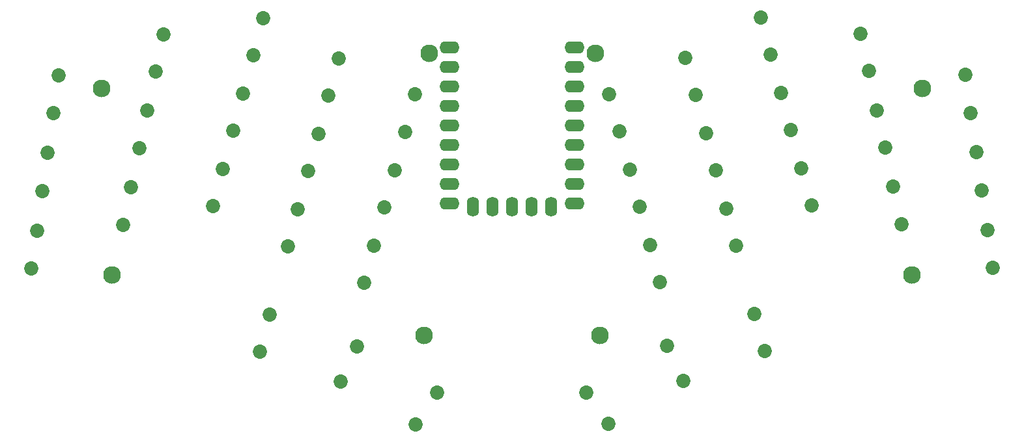
<source format=gbr>
%TF.GenerationSoftware,KiCad,Pcbnew,7.0.6*%
%TF.CreationDate,2025-05-26T00:34:49-04:00*%
%TF.ProjectId,bw2,6277322e-6b69-4636-9164-5f7063625858,2*%
%TF.SameCoordinates,Original*%
%TF.FileFunction,Soldermask,Top*%
%TF.FilePolarity,Negative*%
%FSLAX46Y46*%
G04 Gerber Fmt 4.6, Leading zero omitted, Abs format (unit mm)*
G04 Created by KiCad (PCBNEW 7.0.6) date 2025-05-26 00:34:49*
%MOMM*%
%LPD*%
G01*
G04 APERTURE LIST*
%ADD10O,2.600000X1.600000*%
%ADD11O,1.600000X2.600000*%
%ADD12C,2.300000*%
%ADD13C,1.852600*%
G04 APERTURE END LIST*
D10*
%TO.C,U1*%
X105103476Y96793351D03*
X105103476Y94253351D03*
X105103476Y91713351D03*
X105103476Y89173351D03*
X105103476Y86633351D03*
X105103476Y84093351D03*
X105103476Y81553351D03*
X105103476Y79013351D03*
X105103476Y76473351D03*
D11*
X102063476Y75973351D03*
X99523476Y75973351D03*
X96983476Y75973351D03*
X94443476Y75973351D03*
X91903476Y75973351D03*
D10*
X88863476Y76473351D03*
X88863476Y79013351D03*
X88863476Y81553351D03*
X88863476Y84093351D03*
X88863476Y86633351D03*
X88863476Y89173351D03*
X88863476Y91713351D03*
X88863476Y96793351D03*
X88863476Y94253351D03*
%TD*%
D12*
%TO.C,H1*%
X43626240Y91437603D03*
%TD*%
%TO.C,H2*%
X150340712Y91437603D03*
%TD*%
%TO.C,H3*%
X45000452Y67120501D03*
%TD*%
%TO.C,H4*%
X148966497Y67120509D03*
%TD*%
%TO.C,H5*%
X86180303Y95965233D03*
%TD*%
%TO.C,H6*%
X107786651Y95965238D03*
%TD*%
%TO.C,H7*%
X85564009Y59214893D03*
%TD*%
%TO.C,H8*%
X108402965Y59214885D03*
%TD*%
D13*
%TO.C,SW36*%
X106649258Y51823711D03*
X109517140Y47727951D03*
%TD*%
%TO.C,SW35*%
X117120063Y57869042D03*
X119233154Y53337503D03*
%TD*%
%TO.C,SW34*%
X128481562Y62004281D03*
X129775657Y57174651D03*
%TD*%
%TO.C,SW33*%
X84403927Y47662427D03*
X87271809Y51758187D03*
%TD*%
%TO.C,SW32*%
X74699988Y53265006D03*
X76813079Y57796545D03*
%TD*%
%TO.C,SW31*%
X64170602Y57097373D03*
X65464697Y61927003D03*
%TD*%
%TO.C,SW30*%
X109612064Y90698225D03*
X110906159Y85868595D03*
%TD*%
%TO.C,SW29*%
X112252011Y80845771D03*
X113546106Y76016141D03*
%TD*%
%TO.C,SW28*%
X114891957Y70993337D03*
X116186052Y66163707D03*
%TD*%
%TO.C,SW27*%
X119526419Y95425320D03*
X120820514Y90595690D03*
%TD*%
%TO.C,SW26*%
X122166362Y85572874D03*
X123460457Y80743244D03*
%TD*%
%TO.C,SW25*%
X124806330Y75720422D03*
X126100425Y70890792D03*
%TD*%
%TO.C,SW24*%
X129298421Y100683665D03*
X130592516Y95854035D03*
%TD*%
%TO.C,SW23*%
X131938388Y90831226D03*
X133232483Y86001596D03*
%TD*%
%TO.C,SW22*%
X134578333Y80978800D03*
X135872428Y76149170D03*
%TD*%
%TO.C,SW21*%
X142284204Y98558150D03*
X143323763Y93667412D03*
%TD*%
%TO.C,SW20*%
X144404914Y88581055D03*
X145444473Y83690317D03*
%TD*%
%TO.C,SW19*%
X146525611Y78603947D03*
X147565170Y73713209D03*
%TD*%
%TO.C,SW18*%
X155905766Y93196726D03*
X156601632Y88245386D03*
%TD*%
%TO.C,SW17*%
X157325323Y83096001D03*
X158021189Y78144661D03*
%TD*%
%TO.C,SW16*%
X158744897Y72995254D03*
X159440763Y68043914D03*
%TD*%
%TO.C,SW15*%
X84334195Y90620943D03*
X83040100Y85791313D03*
%TD*%
%TO.C,SW14*%
X81694252Y80768501D03*
X80400157Y75938871D03*
%TD*%
%TO.C,SW13*%
X77760195Y66086425D03*
X79054290Y70916055D03*
%TD*%
%TO.C,SW12*%
X74419834Y95348041D03*
X73125739Y90518411D03*
%TD*%
%TO.C,SW11*%
X71779883Y85495592D03*
X70485788Y80665962D03*
%TD*%
%TO.C,SW10*%
X67845830Y70813526D03*
X69139925Y75643156D03*
%TD*%
%TO.C,SW9*%
X63353730Y95776764D03*
X64647825Y100606394D03*
%TD*%
%TO.C,SW8*%
X60713783Y85924323D03*
X62007878Y90753953D03*
%TD*%
%TO.C,SW7*%
X58073824Y76071877D03*
X59367919Y80901507D03*
%TD*%
%TO.C,SW6*%
X50626540Y93589165D03*
X51666099Y98479903D03*
%TD*%
%TO.C,SW5*%
X48505847Y83612072D03*
X49545406Y88502810D03*
%TD*%
%TO.C,SW4*%
X46385153Y73634952D03*
X47424712Y78525690D03*
%TD*%
%TO.C,SW3*%
X37354192Y88166169D03*
X38050058Y93117509D03*
%TD*%
%TO.C,SW2*%
X35934632Y78065431D03*
X36630498Y83016771D03*
%TD*%
%TO.C,SW1*%
X34515066Y67964690D03*
X35210932Y72916030D03*
%TD*%
M02*

</source>
